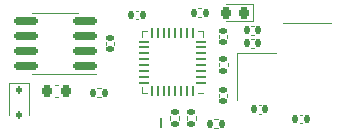
<source format=gto>
G04 #@! TF.GenerationSoftware,KiCad,Pcbnew,(7.0.0)*
G04 #@! TF.CreationDate,2024-05-20T10:49:13+02:00*
G04 #@! TF.ProjectId,TTS,5454532e-6b69-4636-9164-5f7063625858,rev?*
G04 #@! TF.SameCoordinates,PX2255100PY2ebae40*
G04 #@! TF.FileFunction,Legend,Top*
G04 #@! TF.FilePolarity,Positive*
%FSLAX46Y46*%
G04 Gerber Fmt 4.6, Leading zero omitted, Abs format (unit mm)*
G04 Created by KiCad (PCBNEW (7.0.0)) date 2024-05-20 10:49:13*
%MOMM*%
%LPD*%
G01*
G04 APERTURE LIST*
G04 Aperture macros list*
%AMRoundRect*
0 Rectangle with rounded corners*
0 $1 Rounding radius*
0 $2 $3 $4 $5 $6 $7 $8 $9 X,Y pos of 4 corners*
0 Add a 4 corners polygon primitive as box body*
4,1,4,$2,$3,$4,$5,$6,$7,$8,$9,$2,$3,0*
0 Add four circle primitives for the rounded corners*
1,1,$1+$1,$2,$3*
1,1,$1+$1,$4,$5*
1,1,$1+$1,$6,$7*
1,1,$1+$1,$8,$9*
0 Add four rect primitives between the rounded corners*
20,1,$1+$1,$2,$3,$4,$5,0*
20,1,$1+$1,$4,$5,$6,$7,0*
20,1,$1+$1,$6,$7,$8,$9,0*
20,1,$1+$1,$8,$9,$2,$3,0*%
G04 Aperture macros list end*
%ADD10C,0.150000*%
%ADD11C,0.120000*%
%ADD12C,2.000000*%
%ADD13C,1.300000*%
%ADD14RoundRect,0.135000X0.185000X-0.135000X0.185000X0.135000X-0.185000X0.135000X-0.185000X-0.135000X0*%
%ADD15RoundRect,0.140000X0.170000X-0.140000X0.170000X0.140000X-0.170000X0.140000X-0.170000X-0.140000X0*%
%ADD16RoundRect,0.140000X0.140000X0.170000X-0.140000X0.170000X-0.140000X-0.170000X0.140000X-0.170000X0*%
%ADD17RoundRect,0.150000X0.825000X0.150000X-0.825000X0.150000X-0.825000X-0.150000X0.825000X-0.150000X0*%
%ADD18O,4.000000X1.000000*%
%ADD19RoundRect,0.062500X0.375000X0.062500X-0.375000X0.062500X-0.375000X-0.062500X0.375000X-0.062500X0*%
%ADD20RoundRect,0.062500X0.062500X0.375000X-0.062500X0.375000X-0.062500X-0.375000X0.062500X-0.375000X0*%
%ADD21R,3.450000X3.450000*%
%ADD22RoundRect,0.250000X0.675000X-0.675000X0.675000X0.675000X-0.675000X0.675000X-0.675000X-0.675000X0*%
%ADD23C,1.850000*%
%ADD24RoundRect,0.140000X-0.170000X0.140000X-0.170000X-0.140000X0.170000X-0.140000X0.170000X0.140000X0*%
%ADD25RoundRect,0.135000X0.135000X0.185000X-0.135000X0.185000X-0.135000X-0.185000X0.135000X-0.185000X0*%
%ADD26RoundRect,0.140000X-0.140000X-0.170000X0.140000X-0.170000X0.140000X0.170000X-0.140000X0.170000X0*%
%ADD27RoundRect,0.112500X-0.112500X0.187500X-0.112500X-0.187500X0.112500X-0.187500X0.112500X0.187500X0*%
%ADD28RoundRect,0.135000X-0.185000X0.135000X-0.185000X-0.135000X0.185000X-0.135000X0.185000X0.135000X0*%
%ADD29RoundRect,0.225000X-0.225000X-0.250000X0.225000X-0.250000X0.225000X0.250000X-0.225000X0.250000X0*%
%ADD30RoundRect,0.218750X0.218750X0.256250X-0.218750X0.256250X-0.218750X-0.256250X0.218750X-0.256250X0*%
%ADD31RoundRect,0.135000X-0.135000X-0.185000X0.135000X-0.185000X0.135000X0.185000X-0.135000X0.185000X0*%
%ADD32R,1.200000X1.400000*%
G04 APERTURE END LIST*
D10*
X16600000Y2000000D02*
X16600000Y1200000D01*
D11*
X19580000Y1846359D02*
X19580000Y2153641D01*
X18820000Y1846359D02*
X18820000Y2153641D01*
X22260000Y8792164D02*
X22260000Y9007836D01*
X21540000Y8792164D02*
X21540000Y9007836D01*
X14707836Y11060000D02*
X14492164Y11060000D01*
X14707836Y10340000D02*
X14492164Y10340000D01*
X7700000Y5740000D02*
X11150000Y5740000D01*
X7700000Y5740000D02*
X5750000Y5740000D01*
X7700000Y10860000D02*
X9650000Y10860000D01*
X7700000Y10860000D02*
X5750000Y10860000D01*
X27000000Y10000000D02*
X31000000Y10000000D01*
X28607836Y1540000D02*
X28392164Y1540000D01*
X28607836Y2260000D02*
X28392164Y2260000D01*
X20210000Y9310000D02*
X20210000Y8835000D01*
X19735000Y4090000D02*
X20210000Y4090000D01*
X19735000Y9310000D02*
X20210000Y9310000D01*
X15465000Y4090000D02*
X14990000Y4090000D01*
X15465000Y9310000D02*
X14990000Y9310000D01*
X14990000Y4090000D02*
X14990000Y4565000D01*
X14990000Y9310000D02*
X14990000Y8835000D01*
X24507836Y9760000D02*
X24292164Y9760000D01*
X24507836Y9040000D02*
X24292164Y9040000D01*
X12660000Y8407836D02*
X12660000Y8192164D01*
X11940000Y8407836D02*
X11940000Y8192164D01*
X11553641Y3720000D02*
X11246359Y3720000D01*
X11553641Y4480000D02*
X11246359Y4480000D01*
X17420000Y1846359D02*
X17420000Y2153641D01*
X18180000Y1846359D02*
X18180000Y2153641D01*
X24892164Y2340000D02*
X25107836Y2340000D01*
X24892164Y3060000D02*
X25107836Y3060000D01*
X24292164Y7940000D02*
X24507836Y7940000D01*
X24292164Y8660000D02*
X24507836Y8660000D01*
X5450000Y4910000D02*
X5450000Y2250000D01*
X3750000Y4910000D02*
X3750000Y2250000D01*
X5450000Y4910000D02*
X3750000Y4910000D01*
X22280000Y6653641D02*
X22280000Y6346359D01*
X21520000Y6653641D02*
X21520000Y6346359D01*
X7659420Y3790000D02*
X7940580Y3790000D01*
X7659420Y4810000D02*
X7940580Y4810000D01*
X24385000Y11635000D02*
X22100000Y11635000D01*
X24385000Y10165000D02*
X24385000Y11635000D01*
X22100000Y10165000D02*
X24385000Y10165000D01*
X21146359Y1880000D02*
X21453641Y1880000D01*
X21146359Y1120000D02*
X21453641Y1120000D01*
X19746359Y11280000D02*
X20053641Y11280000D01*
X19746359Y10520000D02*
X20053641Y10520000D01*
X21540000Y4007836D02*
X21540000Y3792164D01*
X22260000Y4007836D02*
X22260000Y3792164D01*
X26350000Y7500000D02*
X23050000Y7500000D01*
X23050000Y7500000D02*
X23050000Y3500000D01*
%LPC*%
D12*
X15110000Y1750000D03*
X12570000Y1750000D03*
X10030000Y1750000D03*
X7490000Y1750000D03*
D13*
X4500000Y1000000D03*
X30600000Y10800000D03*
D14*
X19200000Y1490000D03*
X19200000Y2510000D03*
D15*
X21900000Y8420000D03*
X21900000Y9380000D03*
D16*
X15080000Y10700000D03*
X14120000Y10700000D03*
D17*
X10175000Y6395000D03*
X10175000Y7665000D03*
X10175000Y8935000D03*
X10175000Y10205000D03*
X5225000Y10205000D03*
X5225000Y8935000D03*
X5225000Y7665000D03*
X5225000Y6395000D03*
D18*
X28999999Y8699999D03*
X28999999Y3299999D03*
D16*
X28980000Y1900000D03*
X28020000Y1900000D03*
D19*
X20037500Y4950000D03*
X20037500Y5450000D03*
X20037500Y5950000D03*
X20037500Y6450000D03*
X20037500Y6950000D03*
X20037500Y7450000D03*
X20037500Y7950000D03*
X20037500Y8450000D03*
D20*
X19350000Y9137500D03*
X18850000Y9137500D03*
X18350000Y9137500D03*
X17850000Y9137500D03*
X17350000Y9137500D03*
X16850000Y9137500D03*
X16350000Y9137500D03*
X15850000Y9137500D03*
D19*
X15162500Y8450000D03*
X15162500Y7950000D03*
X15162500Y7450000D03*
X15162500Y6950000D03*
X15162500Y6450000D03*
X15162500Y5950000D03*
X15162500Y5450000D03*
X15162500Y4950000D03*
D20*
X15850000Y4262500D03*
X16350000Y4262500D03*
X16850000Y4262500D03*
X17350000Y4262500D03*
X17850000Y4262500D03*
X18350000Y4262500D03*
X18850000Y4262500D03*
X19350000Y4262500D03*
D21*
X17599999Y6699999D03*
D22*
X2000000Y2250000D03*
D23*
X2000000Y4750000D03*
X2000000Y7250000D03*
X2000000Y9750000D03*
D16*
X23920000Y9400000D03*
X24880000Y9400000D03*
D24*
X12300000Y8780000D03*
X12300000Y7820000D03*
D25*
X11910000Y4100000D03*
X10890000Y4100000D03*
D14*
X17800000Y1490000D03*
X17800000Y2510000D03*
D26*
X24520000Y2700000D03*
X25480000Y2700000D03*
X23920000Y8300000D03*
X24880000Y8300000D03*
D27*
X4600000Y2250000D03*
X4600000Y4350000D03*
D28*
X21900000Y7010000D03*
X21900000Y5990000D03*
D29*
X7025000Y4300000D03*
X8575000Y4300000D03*
D30*
X23687500Y10900000D03*
X22112500Y10900000D03*
D31*
X20790000Y1500000D03*
X21810000Y1500000D03*
X19390000Y10900000D03*
X20410000Y10900000D03*
D24*
X21900000Y4380000D03*
X21900000Y3420000D03*
D32*
X23849999Y6599999D03*
X23849999Y4399999D03*
X25549999Y4399999D03*
X25549999Y6599999D03*
M02*

</source>
